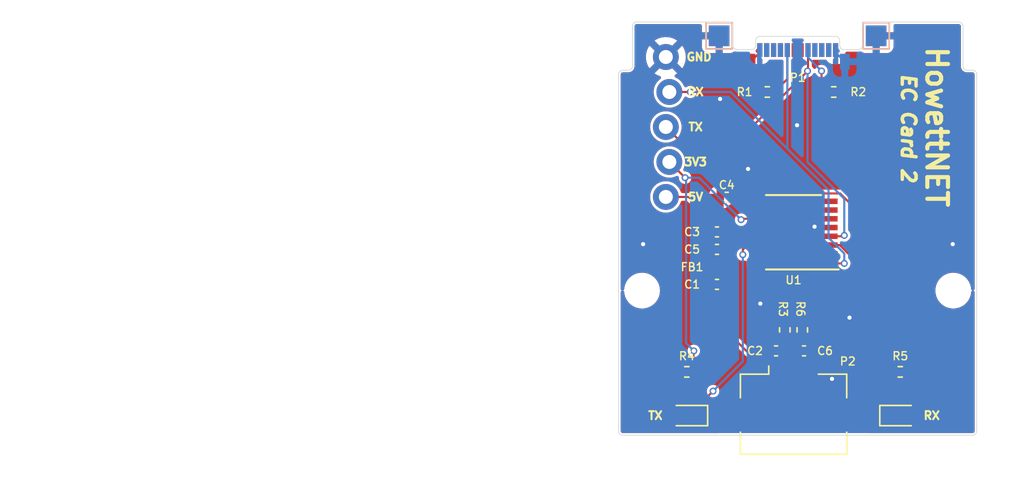
<source format=kicad_pcb>
(kicad_pcb (version 20211014) (generator pcbnew)
  (title_block (title "EC CCD Debug Card") (date "2022-07-07") (rev "01") (company "HowettNET") (comment 4 "https://howett.net"))
  (layers (0 "F.Cu" signal) (31 "B.Cu" signal) (34 "B.Paste" user) (35 "F.Paste" user) (36 "B.SilkS" user "B.Silkscreen") (37 "F.SilkS" user "F.Silkscreen") (38 "B.Mask" user) (39 "F.Mask" user) (44 "Edge.Cuts" user))
  (net 0 "")
  (net 1 "GND")
  (net 2 "Net-(P1-PadA5)")
  (net 3 "Net-(P1-PadB5)")
  (net 6 "Net-(D1-Pad2)")
  (net 7 "Net-(D2-Pad2)")
  (net 8 "VBUS_HOST")
  (net 9 "/USBD+")
  (net 10 "/USBD-")
  (net 11 "/TXLED")
  (net 12 "/RXLED")
  (net 13 "/F_USBD+")
  (net 14 "/F_USBD-")
  (net 15 "VCCIO")
  (net 16 "/DOUT")
  (net 17 "/DIN")
  (net 21 "Net-(C4-Pad1)")
  (footprint "Resistor_SMD:R_0402_1005Metric" (layer "F.Cu") (at 137.795 132.08 180)
    (fp_text reference "R1" (at 1.651 0) (layer "F.SilkS") (effects (font (size 0.5842 0.5842) (thickness 0.1016))))
    (fp_text value "5.1k")
    (fp_line (start -0.153641 -0.38) (end 0.153641 -0.38) (layer "F.SilkS") (width 0.12))
    (fp_line (start -0.153641 0.38) (end 0.153641 0.38) (layer "F.SilkS") (width 0.12))
    (pad "1" smd roundrect (at -0.51 0 180) (size 0.54 0.64) (layers "F.Cu" "F.Paste" "F.Mask") (net 2 "Net-(P1-PadA5)"))
    (pad "2" smd roundrect (at 0.51 0 180) (size 0.54 0.64) (layers "F.Cu" "F.Paste" "F.Mask") (net 1 "GND"))
  )
  (footprint "FrameworkECDebugCard_v1:USB_C_Plug_Molex_105444" (layer "F.Cu") (at 140 129)
    (fp_text reference "P1" (at 0 2.04) (layer "F.SilkS") (effects (font (size 0.5842 0.5842) (thickness 0.1016))))
    (fp_text value "USB_C_Plug_USB2.0")
    (fp_line (start -3.05 -0.66) (end -3.05 -0.3) (layer "Edge.Cuts") (width 0.05))
    (fp_line (start -2.75 -0.96) (end 2.75 -0.96) (layer "Edge.Cuts") (width 0.05))
    (fp_line (start 3.35 0) (end 4.3 0) (layer "Edge.Cuts") (width 0.05))
    (fp_line (start 3.05 -0.66) (end 3.05 -0.3) (layer "Edge.Cuts") (width 0.05))
    (fp_line (start -3.35 0) (end -4.3 0) (layer "Edge.Cuts") (width 0.05))
    (fp_arc (start 3.35 0) (mid 3.137868 -0.087868) (end 3.05 -0.3) (layer "Edge.Cuts") (width 0.05))
    (fp_arc (start -3.05 -0.3) (mid -3.137868 -0.087868) (end -3.35 0) (layer "Edge.Cuts") (width 0.05))
    (fp_arc (start 2.75 -0.96) (mid 2.962132 -0.872132) (end 3.05 -0.66) (layer "Edge.Cuts") (width 0.05))
    (fp_arc (start -3.05 -0.66) (mid -2.962132 -0.872132) (end -2.75 -0.96) (layer "Edge.Cuts") (width 0.05))
    (pad "A1" smd rect locked (at -2.75 0.04) (size 0.38 1) (layers "F.Cu" "F.Paste" "F.Mask") (net 1 "GND"))
    (pad "A2" smd rect locked (at -2.25 0.04) (size 0.38 1) (layers "F.Cu" "F.Paste" "F.Mask"))
    (pad "A3" smd rect locked (at -1.75 0.04) (size 0.38 1) (layers "F.Cu" "F.Paste" "F.Mask"))
    (pad "A4" smd rect locked (at -1.25 0.04) (size 0.38 1) (layers "F.Cu" "F.Paste" "F.Mask"))
    (pad "A5" smd rect locked (at -0.75 0.04) (size 0.38 1) (layers "F.Cu" "F.Paste" "F.Mask") (net 2 "Net-(P1-PadA5)"))
    (pad "A6" smd rect locked (at -0.25 0.04) (size 0.38 1) (layers "F.Cu" "F.Paste" "F.Mask"))
    (pad "A7" smd rect locked (at 0.25 0.04) (size 0.38 1) (layers "F.Cu" "F.Paste" "F.Mask"))
    (pad "A8" smd rect locked (at 0.75 0.04) (size 0.38 1) (layers "F.Cu" "F.Paste" "F.Mask") (net 16 "/DOUT"))
    (pad "A9" smd rect locked (at 1.25 0.04) (size 0.38 1) (layers "F.Cu" "F.Paste" "F.Mask"))
    (pad "A10" smd rect locked (at 1.75 0.04) (size 0.38 1) (layers "F.Cu" "F.Paste" "F.Mask"))
    (pad "A11" smd rect locked (at 2.25 0.04) (size 0.38 1) (layers "F.Cu" "F.Paste" "F.Mask"))
    (pad "A12" smd rect locked (at 2.75 0.04) (size 0.38 1) (layers "F.Cu" "F.Paste" "F.Mask") (net 1 "GND"))
    (pad "B1" smd rect locked (at 2.75 0.04) (size 0.38 1) (layers "B.Cu" "B.Paste" "B.Mask") (net 1 "GND"))
    (pad "B2" smd rect locked (at 2.25 0.04) (size 0.38 1) (layers "B.Cu" "B.Paste" "B.Mask"))
    (pad "B3" smd rect locked (at 1.75 0.04) (size 0.38 1) (layers "B.Cu" "B.Paste" "B.Mask"))
    (pad "B4" smd rect locked (at 1.25 0.04) (size 0.38 1) (layers "B.Cu" "B.Paste" "B.Mask"))
    (pad "B5" smd rect locked (at 0.75 0.04) (size 0.38 1) (layers "B.Cu" "B.Paste" "B.Mask") (net 3 "Net-(P1-PadB5)"))
    (pad "B8" smd rect locked (at -0.75 0.04) (size 0.38 1) (layers "B.Cu" "B.Paste" "B.Mask") (net 17 "/DIN"))
    (pad "B9" smd rect locked (at -1.25 0.04) (size 0.38 1) (layers "B.Cu" "B.Paste" "B.Mask"))
    (pad "B10" smd rect locked (at -1.75 0.04) (size 0.38 1) (layers "B.Cu" "B.Paste" "B.Mask"))
    (pad "B11" smd rect locked (at -2.25 0.04) (size 0.38 1) (layers "B.Cu" "B.Paste" "B.Mask"))
    (pad "B12" smd rect locked (at -2.75 0.04) (size 0.38 1) (layers "B.Cu" "B.Paste" "B.Mask") (net 1 "GND"))
    (pad "S1" smd rect locked (at 3.42 0.88) (size 0.7 1.15) (layers "B.Cu" "B.Paste" "B.Mask") (net 1 "GND"))
    (pad "S1" smd rect locked (at -3.42 0.88) (size 0.7 1.15) (layers "F.Cu" "F.Paste" "F.Mask") (net 1 "GND"))
  )
  (footprint "MountingHole:MountingHole_2.2mm_M2" (layer "F.Cu") (at 128.7 146.5)
    (fp_text reference "H1" hide)
    (fp_text value "MountingHole")
    (pad "" np_thru_hole circle locked (at 0 0) (size 2.2 2.2) (drill 2.2) (layers *.Cu *.Mask))
  )
  (footprint "MountingHole:MountingHole_2.2mm_M2" (layer "F.Cu") (at 151.3 146.5)
    (fp_text reference "H2" hide)
    (fp_text value "MountingHole")
    (pad "" np_thru_hole circle locked (at 0 0) (size 2.2 2.2) (drill 2.2) (layers *.Cu *.Mask))
  )
  (footprint "TestPoint:TestPoint_Pad_1.5x1.5mm" (layer "F.Cu") (at 134.3 128)
    (fp_text reference "TP1" hide)
    (fp_text value "TestPoint")
    (fp_line (start -0.95 0.95) (end -0.95 -0.95) (layer "F.SilkS") (width 0.12))
    (fp_line (start 0.95 -0.95) (end 0.95 0.95) (layer "F.SilkS") (width 0.12))
    (fp_line (start -0.95 -0.95) (end 0.95 -0.95) (layer "F.SilkS") (width 0.12))
    (fp_line (start 0.95 0.95) (end -0.95 0.95) (layer "F.SilkS") (width 0.12))
    (pad "1" smd rect locked (at 0 0) (size 1.5 1.5) (layers "F.Cu" "F.Mask") (net 1 "GND"))
  )
  (footprint "TestPoint:TestPoint_Pad_1.5x1.5mm" (layer "F.Cu") (at 145.7 128)
    (fp_text reference "TP2" hide)
    (fp_text value "TestPoint")
    (fp_line (start -0.95 -0.95) (end 0.95 -0.95) (layer "F.SilkS") (width 0.12))
    (fp_line (start 0.95 -0.95) (end 0.95 0.95) (layer "F.SilkS") (width 0.12))
    (fp_line (start -0.95 0.95) (end -0.95 -0.95) (layer "F.SilkS") (width 0.12))
    (fp_line (start 0.95 0.95) (end -0.95 0.95) (layer "F.SilkS") (width 0.12))
    (pad "1" smd rect locked (at 0 0) (size 1.5 1.5) (layers "F.Cu" "F.Mask") (net 1 "GND"))
  )
  (footprint "Connector_USB:USB_Micro-B_Amphenol_10104110_Horizontal" (layer "F.Cu") (at 139.7 154.2286)
    (fp_text reference "P2" (at 3.937 -2.5906 unlocked) (layer "F.SilkS") (effects (font (size 0.5842 0.5842) (thickness 0.1016))))
    (fp_text value "USB_B_Micro")
    (fp_line (start -3.86 4.16) (end 3.86 4.16) (layer "F.SilkS") (width 0.12))
    (fp_line (start -1.8 -1.66) (end -1.8 -2.25) (layer "F.SilkS") (width 0.12))
    (fp_line (start 3.86 0.05) (end 3.86 -1.66) (layer "F.SilkS") (width 0.12))
    (fp_line (start -3.86 0.05) (end -3.86 -1.66) (layer "F.SilkS") (width 0.12))
    (fp_line (start -3.86 4.16) (end -3.86 2.55) (layer "F.SilkS") (width 0.12))
    (fp_line (start 3.86 4.16) (end 3.86 2.55) (layer "F.SilkS") (width 0.12))
    (fp_line (start -3.86 -1.66) (end -1.8 -1.66) (layer "F.SilkS") (width 0.12))
    (fp_line (start 3.86 -1.66) (end 1.8 -1.66) (layer "F.SilkS") (width 0.12))
    (pad "1" smd rect (at -1.3 -1.55) (size 0.4 1.4) (layers "F.Cu" "F.Paste" "F.Mask") (net 21 "Net-(C4-Pad1)"))
    (pad "2" smd rect (at -0.65 -1.55) (size 0.4 1.4) (layers "F.Cu" "F.Paste" "F.Mask") (net 10 "/USBD-"))
    (pad "3" smd rect (at 0 -1.55) (size 0.4 1.4) (layers "F.Cu" "F.Paste" "F.Mask") (net 9 "/USBD+"))
    (pad "4" smd rect (at 0.65 -1.55) (size 0.4 1.4) (layers "F.Cu" "F.Paste" "F.Mask"))
    (pad "5" smd rect (at 1.3 -1.55) (size 0.4 1.4) (layers "F.Cu" "F.Paste" "F.Mask") (net 1 "GND"))
    (pad "6" smd rect (at -3.75 1.3) (size 2.3 1.9) (layers "F.Cu" "F.Paste" "F.Mask") (net 1 "GND"))
    (pad "6" smd rect (at 3.75 1.3) (size 2.3 1.9) (layers "F.Cu" "F.Paste" "F.Mask") (net 1 "GND"))
    (pad "6" smd rect (at 1.15 1.3) (size 1.8 1.9) (layers "F.Cu" "F.Paste" "F.Mask") (net 1 "GND"))
    (pad "6" smd rect (at -1.15 1.3) (size 1.8 1.9) (layers "F.Cu" "F.Paste" "F.Mask") (net 1 "GND"))
  )
  (footprint "Resistor_SMD:R_0402_1005Metric" (layer "F.Cu") (at 139.065 149.352 90)
    (fp_text reference "R3" (at 1.524 -0.127 270 unlocked) (layer "F.SilkS") (effects (font (size 0.5842 0.5842) (thickness 0.1016))))
    (fp_text value "27R")
    (fp_line (start -0.153641 -0.38) (end 0.153641 -0.38) (layer "F.SilkS") (width 0.12))
    (fp_line (start -0.153641 0.38) (end 0.153641 0.38) (layer "F.SilkS") (width 0.12))
    (pad "1" smd roundrect (at -0.51 0 90) (size 0.54 0.64) (layers "F.Cu" "F.Paste" "F.Mask") (net 10 "/USBD-"))
    (pad "2" smd roundrect (at 0.51 0 90) (size 0.54 0.64) (layers "F.Cu" "F.Paste" "F.Mask") (net 14 "/F_USBD-"))
  )
  (footprint "Capacitor_SMD:C_0402_1005Metric" (layer "F.Cu") (at 134.14 146.05 180)
    (fp_text reference "C1" (at 1.806 0 unlocked) (layer "F.SilkS") (effects (font (size 0.5842 0.5842) (thickness 0.1016))))
    (fp_text value "10nf")
    (fp_line (start -0.107836 0.36) (end 0.107836 0.36) (layer "F.SilkS") (width 0.12))
    (fp_line (start -0.107836 -0.36) (end 0.107836 -0.36) (layer "F.SilkS") (width 0.12))
    (pad "1" smd roundrect (at -0.48 0 180) (size 0.56 0.62) (layers "F.Cu" "F.Paste" "F.Mask") (net 21 "Net-(C4-Pad1)"))
    (pad "2" smd roundrect (at 0.48 0 180) (size 0.56 0.62) (layers "F.Cu" "F.Paste" "F.Mask") (net 1 "GND"))
  )
  (footprint "Package_SO:SSOP-16_3.9x4.9mm_P0.635mm" (layer "F.Cu") (at 139.7 142.24 180)
    (fp_text reference "U1" (at 0 -3.5 unlocked) (layer "F.SilkS") (effects (font (size 0.5842 0.5842) (thickness 0.1016))))
    (fp_text value "FT230XS")
    (fp_line (start -3.275 -2.725) (end 2 -2.725) (layer "F.SilkS") (width 0.15))
    (fp_line (start -2 2.675) (end 2 2.675) (layer "F.SilkS") (width 0.15))
    (pad "1" smd rect (at -2.6 -2.2225 180) (size 1.2 0.4) (layers "F.Cu" "F.Paste" "F.Mask") (net 17 "/DIN"))
    (pad "2" smd rect (at -2.6 -1.5875 180) (size 1.2 0.4) (layers "F.Cu" "F.Paste" "F.Mask"))
    (pad "3" smd rect (at -2.6 -0.9525 180) (size 1.2 0.4) (layers "F.Cu" "F.Paste" "F.Mask") (net 15 "VCCIO"))
    (pad "4" smd rect (at -2.6 -0.3175 180) (size 1.2 0.4) (layers "F.Cu" "F.Paste" "F.Mask") (net 16 "/DOUT"))
    (pad "5" smd rect (at -2.6 0.3175 180) (size 1.2 0.4) (layers "F.Cu" "F.Paste" "F.Mask") (net 1 "GND"))
    (pad "6" smd rect (at -2.6 0.9525 180) (size 1.2 0.4) (layers "F.Cu" "F.Paste" "F.Mask"))
    (pad "7" smd rect (at -2.6 1.5875 180) (size 1.2 0.4) (layers "F.Cu" "F.Paste" "F.Mask") (net 12 "/RXLED"))
    (pad "8" smd rect (at -2.6 2.2225 180) (size 1.2 0.4) (layers "F.Cu" "F.Paste" "F.Mask") (net 13 "/F_USBD+"))
    (pad "9" smd rect (at 2.6 2.2225 180) (size 1.2 0.4) (layers "F.Cu" "F.Paste" "F.Mask") (net 14 "/F_USBD-"))
    (pad "10" smd rect (at 2.6 1.5875 180) (size 1.2 0.4) (layers "F.Cu" "F.Paste" "F.Mask") (net 15 "VCCIO"))
    (pad "11" smd rect (at 2.6 0.9525 180) (size 1.2 0.4) (layers "F.Cu" "F.Paste" "F.Mask") (net 15 "VCCIO"))
    (pad "12" smd rect (at 2.6 0.3175 180) (size 1.2 0.4) (layers "F.Cu" "F.Paste" "F.Mask") (net 8 "VBUS_HOST"))
    (pad "13" smd rect (at 2.6 -0.3175 180) (size 1.2 0.4) (layers "F.Cu" "F.Paste" "F.Mask") (net 1 "GND"))
    (pad "14" smd rect (at 2.6 -0.9525 180) (size 1.2 0.4) (layers "F.Cu" "F.Paste" "F.Mask") (net 11 "/TXLED"))
    (pad "15" smd rect (at 2.6 -1.5875 180) (size 1.2 0.4) (layers "F.Cu" "F.Paste" "F.Mask"))
    (pad "16" smd rect (at 2.6 -2.2225 180) (size 1.2 0.4) (layers "F.Cu" "F.Paste" "F.Mask"))
  )
  (footprint "Inductor_SMD:L_0402_1005Metric" (layer "F.Cu") (at 134.14 144.78 180)
    (fp_text reference "FB1" (at 1.806 -0.01 unlocked) (layer "F.SilkS") (effects (font (size 0.5842 0.5842) (thickness 0.1016))))
    (fp_text value "500mA")
    (pad "1" smd roundrect (at -0.485 0 180) (size 0.59 0.64) (layers "F.Cu" "F.Paste" "F.Mask") (net 21 "Net-(C4-Pad1)"))
    (pad "2" smd roundrect (at 0.485 0 180) (size 0.59 0.64) (layers "F.Cu" "F.Paste" "F.Mask") (net 8 "VBUS_HOST"))
  )
  (footprint "Resistor_SMD:R_0402_1005Metric" (layer "F.Cu") (at 142.621 132.08)
    (fp_text reference "R2" (at 1.778 0 unlocked) (layer "F.SilkS") (effects (font (size 0.5842 0.5842) (thickness 0.1016))))
    (fp_text value "5.1k")
    (fp_line (start -0.153641 0.38) (end 0.153641 0.38) (layer "F.SilkS") (width 0.12))
    (fp_line (start -0.153641 -0.38) (end 0.153641 -0.38) (layer "F.SilkS") (width 0.12))
    (pad "1" smd roundrect (at -0.51 0) (size 0.54 0.64) (layers "F.Cu" "F.Paste" "F.Mask") (net 3 "Net-(P1-PadB5)"))
    (pad "2" smd roundrect (at 0.51 0) (size 0.54 0.64) (layers "F.Cu" "F.Paste" "F.Mask") (net 1 "GND"))
  )
  (footprint "LED_SMD:LED_0603_1608Metric" (layer "F.Cu") (at 147.447 155.575)
    (fp_text reference "D2" hide)
    (fp_text value "Green")
    (fp_line (start -1.485 0.735) (end 0.8 0.735) (layer "F.SilkS") (width 0.12))
    (fp_line (start 0.8 -0.735) (end -1.485 -0.735) (layer "F.SilkS") (width 0.12))
    (fp_line (start -1.485 -0.735) (end -1.485 0.735) (layer "F.SilkS") (width 0.12))
    (pad "1" smd roundrect (at -0.7875 0) (size 0.875 0.95) (layers "F.Cu" "F.Paste" "F.Mask") (net 12 "/RXLED"))
    (pad "2" smd roundrect (at 0.7875 0) (size 0.875 0.95) (layers "F.Cu" "F.Paste" "F.Mask") (net 6 "Net-(D1-Pad2)"))
  )
  (footprint "LED_SMD:LED_0603_1608Metric" (layer "F.Cu") (at 131.9785 155.575 180)
    (fp_text reference "D1" hide)
    (fp_text value "Red")
    (fp_line (start -1.485 0.735) (end 0.8 0.735) (layer "F.SilkS") (width 0.12))
    (fp_line (start -1.485 -0.735) (end -1.485 0.735) (layer "F.SilkS") (width 0.12))
    (fp_line (start 0.8 -0.735) (end -1.485 -0.735) (layer "F.SilkS") (width 0.12))
    (pad "1" smd roundrect (at -0.7875 0 180) (size 0.875 0.95) (layers "F.Cu" "F.Paste" "F.Mask") (net 11 "/TXLED"))
    (pad "2" smd roundrect (at 0.7875 0 180) (size 0.875 0.95) (layers "F.Cu" "F.Paste" "F.Mask") (net 7 "Net-(D2-Pad2)"))
  )
  (footprint "Resistor_SMD:R_0402_1005Metric" (layer "F.Cu") (at 140.335 149.352 90)
    (fp_text reference "R6" (at 1.524 -0.127 270 unlocked) (layer "F.SilkS") (effects (font (size 0.5842 0.5842) (thickness 0.1016))))
    (fp_text value "27R")
    (fp_line (start -0.153641 0.38) (end 0.153641 0.38) (layer "F.SilkS") (width 0.12))
    (fp_line (start -0.153641 -0.38) (end 0.153641 -0.38) (layer "F.SilkS") (width 0.12))
    (pad "1" smd roundrect (at -0.51 0 90) (size 0.54 0.64) (layers "F.Cu" "F.Paste" "F.Mask") (net 9 "/USBD+"))
    (pad "2" smd roundrect (at 0.51 0 90) (size 0.54 0.64) (layers "F.Cu" "F.Paste" "F.Mask") (net 13 "/F_USBD+"))
  )
  (footprint "Resistor_SMD:R_0402_1005Metric" (layer "F.Cu") (at 131.951 152.4 180)
    (fp_text reference "R4" (at 0 1.143 unlocked) (layer "F.SilkS") (effects (font (size 0.5842 0.5842) (thickness 0.1016))))
    (fp_text value "270R")
    (fp_line (start -0.153641 0.38) (end 0.153641 0.38) (layer "F.SilkS") (width 0.12))
    (fp_line (start -0.153641 -0.38) (end 0.153641 -0.38) (layer "F.SilkS") (width 0.12))
    (pad "1" smd roundrect (at -0.51 0 180) (size 0.54 0.64) (layers "F.Cu" "F.Paste" "F.Mask") (net 15 "VCCIO"))
    (pad "2" smd roundrect (at 0.51 0 180) (size 0.54 0.64) (layers "F.Cu" "F.Paste" "F.Mask") (net 7 "Net-(D2-Pad2)"))
  )
  (footprint "Resistor_SMD:R_0402_1005Metric" (layer "F.Cu") (at 147.445 152.4)
    (fp_text reference "R5" (at 0.002 -1.143 unlocked) (layer "F.SilkS") (effects (font (size 0.5842 0.5842) (thickness 0.1016))))
    (fp_text value "270R")
    (fp_line (start -0.153641 -0.38) (end 0.153641 -0.38) (layer "F.SilkS") (width 0.12))
    (fp_line (start -0.153641 0.38) (end 0.153641 0.38) (layer "F.SilkS") (width 0.12))
    (pad "1" smd roundrect (at -0.51 0) (size 0.54 0.64) (layers "F.Cu" "F.Paste" "F.Mask") (net 15 "VCCIO"))
    (pad "2" smd roundrect (at 0.51 0) (size 0.54 0.64) (layers "F.Cu" "F.Paste" "F.Mask") (net 6 "Net-(D1-Pad2)"))
  )
  (footprint "Capacitor_SMD:C_0402_1005Metric" (layer "F.Cu") (at 134.8486 139.7254 180)
    (fp_text reference "C4" (at -0.0026 0.889) (layer "F.SilkS") (effects (font (size 0.5842 0.5842) (thickness 0.1016))))
    (fp_text value "100nf")
    (fp_line (start -0.107836 -0.36) (end 0.107836 -0.36) (layer "F.SilkS") (width 0.12))
    (fp_line (start -0.107836 0.36) (end 0.107836 0.36) (layer "F.SilkS") (width 0.12))
    (pad "1" smd roundrect (at -0.48 0 180) (size 0.56 0.62) (layers "F.Cu" "F.Paste" "F.Mask") (net 15 "VCCIO"))
    (pad "2" smd roundrect (at 0.48 0 180) (size 0.56 0.62) (layers "F.Cu" "F.Paste" "F.Mask") (net 1 "GND"))
  )
  (footprint "Capacitor_SMD:C_0402_1005Metric" (layer "F.Cu") (at 134.14 143.51 180)
    (fp_text reference "C5" (at 1.806 0 unlocked) (layer "F.SilkS") (effects (font (size 0.5842 0.5842) (thickness 0.1016))))
    (fp_text value "4.7uF")
    (fp_line (start -0.107836 -0.36) (end 0.107836 -0.36) (layer "F.SilkS") (width 0.12))
    (fp_line (start -0.107836 0.36) (end 0.107836 0.36) (layer "F.SilkS") (width 0.12))
    (pad "1" smd roundrect (at -0.48 0 180) (size 0.56 0.62) (layers "F.Cu" "F.Paste" "F.Mask") (net 8 "VBUS_HOST"))
    (pad "2" smd roundrect (at 0.48 0 180) (size 0.56 0.62) (layers "F.Cu" "F.Paste" "F.Mask") (net 1 "GND"))
  )
  (footprint "FrameworkECDebugCard_v1:1X05_LOCK" (layer "F.Cu") (at 130.556 139.7 90)
    (fp_text reference "J1" hide)
    (fp_text value "Conn_01x05" hide)
    (pad "1" thru_hole circle (at 0 -0.127 90) (size 1.8796 1.8796) (drill 1.016) (layers *.Cu *.Mask) (net 8 "VBUS_HOST"))
    (pad "2" thru_hole circle (at 2.54 0.127 90) (size 1.8796 1.8796) (drill 1.016) (layers *.Cu *.Mask) (net 15 "VCCIO"))
    (pad "3" thru_hole circle (at 5.08 -0.127 90) (size 1.8796 1.8796) (drill 1.016) (layers *.Cu *.Mask) (net 16 "/DOUT"))
    (pad "4" thru_hole circle (at 7.62 0.127 90) (size 1.8796 1.8796) (drill 1.016) (layers *.Cu *.Mask) (net 17 "/DIN"))
    (pad "5" thru_hole circle (at 10.16 -0.127 90) (size 1.8796 1.8796) (drill 1.016) (layers *.Cu *.Mask) (net 1 "GND"))
  )
  (footprint "Capacitor_SMD:C_0402_1005Metric" (layer "F.Cu") (at 134.14 142.24 180)
    (fp_text reference "C3" (at 1.806 0 unlocked) (layer "F.SilkS") (effects (font (size 0.5842 0.5842) (thickness 0.1016))))
    (fp_text value "100nf")
    (fp_line (start -0.107836 0.36) (end 0.107836 0.36) (layer "F.SilkS") (width 0.12))
    (fp_line (start -0.107836 -0.36) (end 0.107836 -0.36) (layer "F.SilkS") (width 0.12))
    (pad "1" smd roundrect (at -0.48 0 180) (size 0.56 0.62) (layers "F.Cu" "F.Paste" "F.Mask") (net 8 "VBUS_HOST"))
    (pad "2" smd roundrect (at 0.48 0 180) (size 0.56 0.62) (layers "F.Cu" "F.Paste" "F.Mask") (net 1 "GND"))
  )
  (footprint "Capacitor_SMD:C_0402_1005Metric" (layer "F.Cu") (at 138.43 150.876 180)
    (fp_text reference "C2" (at 1.524 0 unlocked) (layer "F.SilkS") (effects (font (size 0.5842 0.5842) (thickness 0.1016))))
    (fp_text value "47pF")
    (fp_line (start -0.107836 -0.36) (end 0.107836 -0.36) (layer "F.SilkS") (width 0.12))
    (fp_line (start -0.107836 0.36) (end 0.107836 0.36) (layer "F.SilkS") (width 0.12))
    (pad "1" smd roundrect (at -0.48 0 180) (size 0.56 0.62) (layers "F.Cu" "F.Paste" "F.Mask") (net 10 "/USBD-"))
    (pad "2" smd roundrect (at 0.48 0 180) (size 0.56 0.62) (layers "F.Cu" "F.Paste" "F.Mask") (net 1 "GND"))
  )
  (footprint "Capacitor_SMD:C_0402_1005Metric" (layer "F.Cu") (at 140.462 150.876)
    (fp_text reference "C6" (at 1.524 0 unlocked) (layer "F.SilkS") (effects (font (size 0.5842 0.5842) (thickness 0.1016))))
    (fp_text value "47pF")
    (fp_line (start -0.107836 0.36) (end 0.107836 0.36) (layer "F.SilkS") (width 0.12))
    (fp_line (start -0.107836 -0.36) (end 0.107836 -0.36) (layer "F.SilkS") (width 0.12))
    (pad "1" smd roundrect (at -0.48 0) (size 0.56 0.62) (layers "F.Cu" "F.Paste" "F.Mask") (net 9 "/USBD+"))
    (pad "2" smd roundrect (at 0.48 0) (size 0.56 0.62) (layers "F.Cu" "F.Paste" "F.Mask") (net 1 "GND"))
  )
  (footprint "TestPoint:TestPoint_Pad_1.5x1.5mm" (layer "B.Cu") (at 134.3 128)
    (fp_text reference "TP4" hide)
    (fp_text value "TestPoint")
    (fp_line (start 0.95 -0.95) (end -0.95 -0.95) (layer "B.SilkS") (width 0.12))
    (fp_line (start 0.95 0.95) (end 0.95 -0.95) (layer "B.SilkS") (width 0.12))
    (fp_line (start -0.95 0.95) (end 0.95 0.95) (layer "B.SilkS") (width 0.12))
    (fp_line (start -0.95 -0.95) (end -0.95 0.95) (layer "B.SilkS") (width 0.12))
    (pad "1" smd rect locked (at 0 0) (size 1.5 1.5) (layers "B.Cu" "B.Mask") (net 1 "GND"))
  )
  (footprint "TestPoint:TestPoint_Pad_1.5x1.5mm" (layer "B.Cu") (at 145.7 128)
    (fp_text reference "TP3" hide)
    (fp_text value "TestPoint")
    (fp_line (start 0.95 -0.95) (end -0.95 -0.95) (layer "B.SilkS") (width 0.12))
    (fp_line (start -0.95 0.95) (end 0.95 0.95) (layer "B.SilkS") (width 0.12))
    (fp_line (start 0.95 0.95) (end 0.95 -0.95) (layer "B.SilkS") (width 0.12))
    (fp_line (start -0.95 -0.95) (end -0.95 0.95) (layer "B.SilkS") (width 0.12))
    (pad "1" smd rect locked (at 0 0) (size 1.5 1.5) (layers "B.Cu" "B.Mask") (net 1 "GND"))
  )
  (gr_line (start 153 130.8) (end 153 156.7) (layer "Edge.Cuts") (width 0.05))
  (gr_line (start 127.3 157) (end 152.7 157) (layer "Edge.Cuts") (width 0.05))
  (gr_arc (start 144.7 128.7) (mid 144.612132 128.912132) (end 144.4 129) (layer "Edge.Cuts") (width 0.05))
  (gr_arc (start 135 127) (mid 135.212132 127.087868) (end 135.3 127.3) (layer "Edge.Cuts") (width 0.05))
  (gr_line (start 144.7 128.7) (end 144.7 127.3) (layer "Edge.Cuts") (width 0.05))
  (gr_arc (start 144.7 127.3) (mid 144.787868 127.087868) (end 145 127) (layer "Edge.Cuts") (width 0.05))
  (gr_line (start 135 127) (end 128.3 127) (layer "Edge.Cuts") (width 0.05))
  (gr_line (start 145 127) (end 151.7 127) (layer "Edge.Cuts") (width 0.05))
  (gr_arc (start 127.3 157) (mid 127.087868 156.912132) (end 127 156.7) (layer "Edge.Cuts") (width 0.05))
  (gr_line (start 144.3 129) (end 144.4 129) (layer "Edge.Cuts") (width 0.05))
  (gr_arc (start 128 127.3) (mid 128.087868 127.087868) (end 128.3 127) (layer "Edge.Cuts") (width 0.05))
  (gr_line (start 128 130.2) (end 128 127.3) (layer "Edge.Cuts") (width 0.05))
  (gr_arc (start 128 130.2) (mid 127.912132 130.412132) (end 127.7 130.5) (layer "Edge.Cuts") (width 0.05))
  (gr_arc (start 127 130.8) (mid 127.087868 130.587868) (end 127.3 130.5) (layer "Edge.Cuts") (width 0.05))
  (gr_line (start 127.3 130.5) (end 127.7 130.5) (layer "Edge.Cuts") (width 0.05))
  (gr_line (start 152 130.2) (end 152 127.3) (layer "Edge.Cuts") (width 0.05))
  (gr_arc (start 152.7 130.5) (mid 152.912132 130.587868) (end 153 130.8) (layer "Edge.Cuts") (width 0.05))
  (gr_arc (start 152.3 130.5) (mid 152.087868 130.412132) (end 152 130.2) (layer "Edge.Cuts") (width 0.05))
  (gr_line (start 152.3 130.5) (end 152.7 130.5) (layer "Edge.Cuts") (width 0.05))
  (gr_line (start 135.3 128.7) (end 135.3 127.3) (layer "Edge.Cuts") (width 0.05))
  (gr_line (start 127 130.8) (end 127 156.7) (layer "Edge.Cuts") (width 0.05))
  (gr_arc (start 135.6 129) (mid 135.387868 128.912132) (end 135.3 128.7) (layer "Edge.Cuts") (width 0.05))
  (gr_line (start 135.6 129) (end 135.7 129) (layer "Edge.Cuts") (width 0.05))
  (gr_arc (start 153 156.7) (mid 152.912132 156.912132) (end 152.7 157) (layer "Edge.Cuts") (width 0.05))
  (gr_arc (start 151.7 127) (mid 151.912132 127.087868) (end 152 127.3) (layer "Edge.Cuts") (width 0.05))
  (gr_text "TX" (at 129.667 155.575) (layer "F.SilkS") (effects (font (size 0.5842 0.5842) (thickness 0.14605))))
  (gr_text "HowettNET" (at 150.091219 134.62 270) (layer "F.SilkS") (effects (font (size 1.5 1.5) (thickness 0.3))))
  (gr_text "GND" (at 132.842 129.54) (layer "F.SilkS") (effects (font (size 0.5842 0.5842) (thickness 0.14605))))
  (gr_text "3V3" (at 132.588 137.16) (layer "F.SilkS") (effects (font (size 0.5842 0.5842) (thickness 0.14605))))
  (gr_text "RX" (at 149.733 155.575) (layer "F.SilkS") (effects (font (size 0.5842 0.5842) (thickness 0.14605))))
  (gr_text "TX" (at 132.588 134.62) (layer "F.SilkS") (effects (font (size 0.5842 0.5842) (thickness 0.14605))))
  (gr_text "5V" (at 132.588 139.7) (layer "F.SilkS") (effects (font (size 0.5842 0.5842) (thickness 0.14605))))
  (gr_text "RX" (at 132.588 132.08) (layer "F.SilkS") (effects (font (size 0.5842 0.5842) (thickness 0.14605))))
  (gr_text "EC Card 2" (at 148.046427 134.712884 270) (layer "F.SilkS") (effects (font (size 1 1) (thickness 0.25) italic)))
  (segment (start 137.25 129.21) (end 136.58 129.88) (width 0.1524) (layer "F.Cu") (net 1))
  (segment (start 142.2365 141.859) (end 142.3 141.9225) (width 0.1524) (layer "F.Cu") (net 1))
  (segment (start 141.224 141.859) (end 142.2365 141.859) (width 0.1524) (layer "F.Cu") (net 1))
  (segment (start 137.25 129.04) (end 137.25 129.21) (width 0.1524) (layer "F.Cu") (net 1))
  (via (at 151.257 143.129) (size 0.5) (drill 0.3) (layers "F.Cu" "B.Cu") (net 1))
  (via (at 142.494 152.908) (size 0.5) (drill 0.3) (layers "F.Cu" "B.Cu") (net 1))
  (via (at 128.778 143.129) (size 0.5) (drill 0.3) (layers "F.Cu" "B.Cu") (net 1))
  (via (at 134.366 132.588) (size 0.5) (drill 0.3) (layers "F.Cu" "B.Cu") (net 1))
  (via (at 141.224 141.859) (size 0.5) (drill 0.3) (layers "F.Cu" "B.Cu") (net 1))
  (via (at 143.764 148.463) (size 0.5) (drill 0.3) (layers "F.Cu" "B.Cu") (net 1))
  (via (at 139.954 134.493) (size 0.5) (drill 0.3) (layers "F.Cu" "B.Cu") (net 1))
  (via (at 136.398 137.668) (size 0.5) (drill 0.3) (layers "F.Cu" "B.Cu") (net 1))
  (via (at 137.287 147.447) (size 0.5) (drill 0.3) (layers "F.Cu" "B.Cu") (net 1))
  (segment (start 142.75 129.21) (end 143.42 129.88) (width 0.1524) (layer "B.Cu") (net 1))
  (segment (start 142.75 129.04) (end 142.75 129.21) (width 0.1524) (layer "B.Cu") (net 1))
  (segment (start 138.305 132.08) (end 139.25 131.135) (width 0.1524) (layer "F.Cu") (net 2))
  (segment (start 139.25 131.135) (end 139.25 129.04) (width 0.1524) (layer "F.Cu") (net 2))
  (segment (start 142.111 132.08) (end 141.732 131.701) (width 0.1524) (layer "F.Cu") (net 3))
  (segment (start 141.732 131.701) (end 141.732 130.556) (width 0.1524) (layer "F.Cu") (net 3))
  (via (at 141.732 130.556) (size 0.5) (drill 0.3) (layers "F.Cu" "B.Cu") (net 3))
  (segment (start 141.732 130.556) (end 140.75 129.574) (width 0.1524) (layer "B.Cu") (net 3))
  (segment (start 140.75 129.574) (end 140.75 129.04) (width 0.1524) (layer "B.Cu") (net 3))
  (segment (start 147.955 152.4) (end 147.955 155.2975) (width 0.1524) (layer "F.Cu") (net 6))
  (segment (start 147.955 155.2975) (end 148.2325 155.575) (width 0.1524) (layer "F.Cu") (net 6))
  (segment (start 131.4175 155.2975) (end 131.14 155.575) (width 0.1524) (layer "F.Cu") (net 7))
  (segment (start 131.4175 152.4) (end 131.4175 155.2975) (width 0.1524) (layer "F.Cu") (net 7))
  (segment (start 133.655 144.475) (end 134.62 143.51) (width 0.1524) (layer "F.Cu") (net 8))
  (segment (start 134.9375 141.9225) (end 137.1 141.9225) (width 0.1524) (layer "F.Cu") (net 8))
  (segment (start 133.655 144.78) (end 133.655 144.475) (width 0.1524) (layer "F.Cu") (net 8))
  (segment (start 134.62 142.24) (end 134.9375 141.9225) (width 0.1524) (layer "F.Cu") (net 8))
  (segment (start 134.62 142.24) (end 132.08 139.7) (width 0.1524) (layer "F.Cu") (net 8))
  (segment (start 132.08 139.7) (end 130.429 139.7) (width 0.1524) (layer "F.Cu") (net 8))
  (segment (start 134.62 143.51) (end 134.62 142.24) (width 0.1524) (layer "F.Cu") (net 8))
  (segment (start 139.982 150.215) (end 140.335 149.862) (width 0.1524) (layer "F.Cu") (net 9))
  (segment (start 139.7 151.158) (end 139.7 152.6786) (width 0.1524) (layer "F.Cu") (net 9))
  (segment (start 139.982 150.876) (end 139.982 150.215) (width 0.1524) (layer "F.Cu") (net 9))
  (segment (start 139.982 150.876) (end 139.7 151.158) (width 0.1524) (layer "F.Cu") (net 9))
  (segment (start 138.91 150.876) (end 138.91 150.017) (width 0.1524) (layer "F.Cu") (net 10))
  (segment (start 138.91 150.876) (end 139.05 151.016) (width 0.1524) (layer "F.Cu") (net 10))
  (segment (start 139.05 151.016) (end 139.05 152.6786) (width 0.1524) (layer "F.Cu") (net 10))
  (segment (start 138.91 150.017) (end 139.065 149.862) (width 0.1524) (layer "F.Cu") (net 10))
  (segment (start 136.3476 143.1925) (end 137.1 143.1925) (width 0.1524) (layer "F.Cu") (net 11))
  (segment (start 136.017 143.891) (end 136.017 143.5231) (width 0.1524) (layer "F.Cu") (net 11))
  (segment (start 136.017 143.5231) (end 136.3476 143.1925) (width 0.1524) (layer "F.Cu") (net 11))
  (segment (start 132.766 155.575) (end 132.766 154.889) (width 0.1524) (layer "F.Cu") (net 11))
  (segment (start 132.766 154.889) (end 133.858 153.797) (width 0.1524) (layer "F.Cu") (net 11))
  (via (at 136.017 143.891) (size 0.5) (drill 0.3) (layers "F.Cu" "B.Cu") (net 11))
  (via (at 133.858 153.797) (size 0.5) (drill 0.3) (layers "F.Cu" "B.Cu") (net 11))
  (segment (start 136.017 151.638) (end 136.017 143.891) (width 0.1524) (layer "B.Cu") (net 11))
  (segment (start 133.858 153.797) (end 136.017 151.638) (width 0.1524) (layer "B.Cu") (net 11))
  (segment (start 140.6978 142.07696) (end 140.6978 141.6232) (width 0.1524) (layer "F.Cu") (net 12))
  (segment (start 141.6685 140.6525) (end 142.3 140.6525) (width 0.1524) (layer "F.Cu") (net 12))
  (segment (start 141.00604 149.92154) (end 141.00604 142.3852) (width 0.1524) (layer "F.Cu") (net 12))
  (segment (start 146.6595 155.575) (end 141.00604 149.92154) (width 0.1524) (layer "F.Cu") (net 12))
  (segment (start 141.00604 142.3852) (end 140.6978 142.07696) (width 0.1524) (layer "F.Cu") (net 12))
  (segment (start 140.6978 141.6232) (end 141.6685 140.6525) (width 0.1524) (layer "F.Cu") (net 12))
  (segment (start 142.3 140.0175) (end 141.4145 140.0175) (width 0.1524) (layer "F.Cu") (net 13))
  (segment (start 141.4145 140.0175) (end 141.224 140.208) (width 0.1524) (layer "F.Cu") (net 13))
  (segment (start 140.093501 141.338499) (end 141.224 140.208) (width 0.635) (layer "F.Cu") (net 13))
  (segment (start 140.335 148.842) (end 140.093501 148.600501) (width 0.635) (layer "F.Cu") (net 13))
  (segment (start 140.093501 148.600501) (end 140.093501 141.338499) (width 0.635) (layer "F.Cu") (net 13))
  (segment (start 139.306499 141.338499) (end 138.176 140.208) (width 0.635) (layer "F.Cu") (net 14))
  (segment (start 139.306499 148.600501) (end 139.306499 141.338499) (width 0.635) (layer "F.Cu") (net 14))
  (segment (start 139.065 148.842) (end 139.306499 148.600501) (width 0.635) (layer "F.Cu") (net 14))
  (segment (start 137.9855 140.0175) (end 138.176 140.208) (width 0.1524) (layer "F.Cu") (net 14))
  (segment (start 137.1 140.0175) (end 137.9855 140.0175) (width 0.1524) (layer "F.Cu") (net 14))
  (segment (start 135.608 139.446) (end 135.3286 139.7254) (width 0.1524) (layer "F.Cu") (net 15))
  (segment (start 142.3 143.1925) (end 143.42866 143.1925) (width 0.1524) (layer "F.Cu") (net 15))
  (segment (start 137.1 140.6525) (end 136.2557 140.6525) (width 0.1524) (layer "F.Cu") (net 15))
  (segment (start 143.9092 140.2743) (end 143.0809 139.446) (width 0.1524) (layer "F.Cu") (net 15))
  (segment (start 143.0524 143.1925) (end 146.935 147.0751) (width 0.1524) (layer "F.Cu") (net 15))
  (segment (start 143.0809 139.446) (end 135.608 139.446) (width 0.1524) (layer "F.Cu") (net 15))
  (segment (start 137.1 141.2875) (end 135.9535 141.2875) (width 0.1524) (layer "F.Cu") (net 15))
  (segment (start 131.826 138.303) (end 130.683 137.16) (width 0.1524) (layer "F.Cu") (net 15))
  (segment (start 137.1 141.2875) (end 137.1 140.6525) (width 0.1524) (layer "F.Cu") (net 15))
  (segment (start 132.4375 150.8995) (end 132.4375 152.4) (width 0.1524) (layer "F.Cu") (net 15))
  (segment (start 142.3 143.1925) (end 143.0524 143.1925) (width 0.1524) (layer "F.Cu") (net 15))
  (segment (start 132.461 150.876) (end 132.4375 150.8995) (width 0.1524) (layer "F.Cu") (net 15))
  (segment (start 143.9092 142.71196) (end 143.9092 140.2743) (width 0.1524) (layer "F.Cu") (net 15))
  (segment (start 146.935 147.0751) (end 146.935 152.4) (width 0.1524) (layer "F.Cu") (net 15))
  (segment (start 143.42866 143.1925) (end 143.9092 142.71196) (width 0.1524) (layer "F.Cu") (net 15))
  (segment (start 136.2557 140.6525) (end 135.3286 139.7254) (width 0.1524) (layer "F.Cu") (net 15))
  (segment (start 135.9535 141.2875) (end 135.89 141.351) (width 0.1524) (layer "F.Cu") (net 15))
  (via (at 135.89 141.351) (size 0.5) (drill 0.3) (layers "F.Cu" "B.Cu") (net 15))
  (via (at 131.826 138.303) (size 0.5) (drill 0.3) (layers "F.Cu" "B.Cu") (net 15))
  (via (at 132.461 150.876) (size 0.5) (drill 0.3) (layers "F.Cu" "B.Cu") (net 15))
  (segment (start 131.899422 138.376422) (end 131.899422 150.314422) (width 0.1524) (layer "B.Cu") (net 15))
  (segment (start 131.826 138.303) (end 131.899422 138.376422) (width 0.1524) (layer "B.Cu") (net 15))
  (segment (start 135.89 141.351) (end 132.842 138.303) (width 0.1524) (layer "B.Cu") (net 15))
  (segment (start 131.899422 150.314422) (end 132.461 150.876) (width 0.1524) (layer "B.Cu") (net 15))
  (segment (start 132.842 138.303) (end 131.826 138.303) (width 0.1524) (layer "B.Cu") (net 15))
  (segment (start 142.3 142.5575) (end 143.3195 142.5575) (width 0.1524) (layer "F.Cu") (net 16))
  (segment (start 131.368799 135.559799) (end 135.726726 135.559799) (width 0.1524) (layer "F.Cu") (net 16))
  (segment (start 135.726726 135.559799) (end 140.716 130.570525) (width 0.1524) (layer "F.Cu") (net 16))
  (segment (start 143.3195 142.5575) (end 143.383 142.494) (width 0.1524) (layer "F.Cu") (net 16))
  (segment (start 140.716 130.556) (end 140.75 130.522) (width 0.1524) (layer "F.Cu") (net 16))
  (segment (start 130.429 134.62) (end 131.368799 135.559799) (width 0.1524) (layer "F.Cu") (net 16))
  (segment (start 140.75 130.522) (end 140.75 129.04) (width 0.1524) (layer "F.Cu") (net 16))
  (segment (start 140.716 130.570525) (end 140.716 130.556) (width 0.1524) (layer "F.Cu") (net 16))
  (via (at 143.383 142.494) (size 0.5) (drill 0.3) (layers "F.Cu" "B.Cu") (net 16))
  (via (at 140.716 130.556) (size 0.5) (drill 0.3) (layers "F.Cu" "B.Cu") (net 16))
  (segment (start 140.716 137.169632) (end 140.716 130.556) (width 0.1524) (layer "B.Cu") (net 16))
  (segment (start 143.383 142.494) (end 143.383 139.836632) (width 0.1524) (layer "B.Cu") (net 16))
  (segment (start 143.383 139.836632) (end 140.716 137.169632) (width 0.1524) (layer "B.Cu") (net 16))
  (segment (start 143.383 144.526) (end 142.3635 144.526) (width 0.1524) (layer "F.Cu") (net 17))
  (segment (start 132.207 132.08) (end 130.683 132.08) (width 0.1524) (layer "F.Cu") (net 17))
  (segment (start 142.3635 144.526) (end 142.3 144.4625) (width 0.1524) (layer "F.Cu") (net 17))
  (via (at 132.207 132.08) (size 0.5) (drill 0.3) (layers "F.Cu" "B.Cu") (net 17))
  (via (at 143.383 144.526) (size 0.5) (drill 0.3) (layers "F.Cu" "B.Cu") (net 17))
  (segment (start 139.25 129.04) (end 139.25 136.202) (width 0.1524) (layer "B.Cu") (net 17))
  (segment (start 139.25 136.202) (end 142.24 139.192) (width 0.1524) (layer "B.Cu") (net 17))
  (segment (start 143.383 143.8038) (end 143.383 144.526) (width 0.1524) (layer "B.Cu") (net 17))
  (segment (start 135.128 132.08) (end 132.207 132.08) (width 0.1524) (layer "B.Cu") (net 17))
  (segment (start 142.24 142.6608) (end 143.383 143.8038) (width 0.1524) (layer "B.Cu") (net 17))
  (segment (start 142.24 139.192) (end 142.24 142.6608) (width 0.1524) (layer "B.Cu") (net 17))
  (segment (start 139.25 136.202) (end 135.128 132.08) (width 0.1524) (layer "B.Cu") (net 17))
  (segment (start 134.62 144.785) (end 134.625 144.78) (width 0.1524) (layer "F.Cu") (net 21))
  (segment (start 138.4 152.6786) (end 138.0736 152.6786) (width 0.1524) (layer "F.Cu") (net 21))
  (segment (start 134.62 149.225) (end 134.62 146.05) (width 0.1524) (layer "F.Cu") (net 21))
  (segment (start 134.62 146.05) (end 134.62 144.785) (width 0.1524) (layer "F.Cu") (net 21))
  (segment (start 138.0736 152.6786) (end 134.62 149.225) (width 0.1524) (layer "F.Cu") (net 21))
  (zone (net 1) (net_name "GND") (layers F&B.Cu) (connect_pads (clearance 0.1524)) (min_thickness 0.254) (fill yes (thermal_gap 0.508) (thermal_bridge_width 0.508))
    (polygon (pts (xy 153.035 156.845) (xy 127 156.845) (xy 127 127) (xy 153.035 127)))
  )
)
</source>
